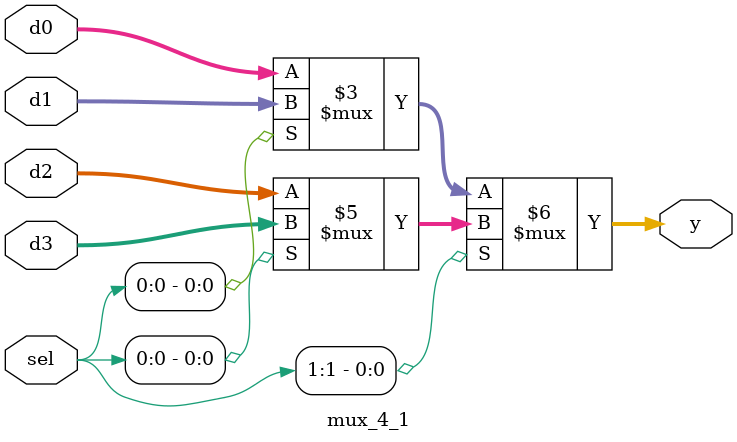
<source format=sv>

module mux_2_1
(
  input  [3:0] d0, d1,
  input        sel,
  output [3:0] y
);

  assign y = sel ? d1 : d0;

endmodule

//----------------------------------------------------------------------------
// Task
//----------------------------------------------------------------------------

module mux_4_1
(
  input  [3:0] d0, d1, d2, d3,
  input  [1:0] sel,
  output [3:0] y
);
  assign y = (sel[1] == 0) ? ((sel[0] == 0) ? d0 : d1) : ((sel[0] == 0) ? d2 : d3);

endmodule

</source>
